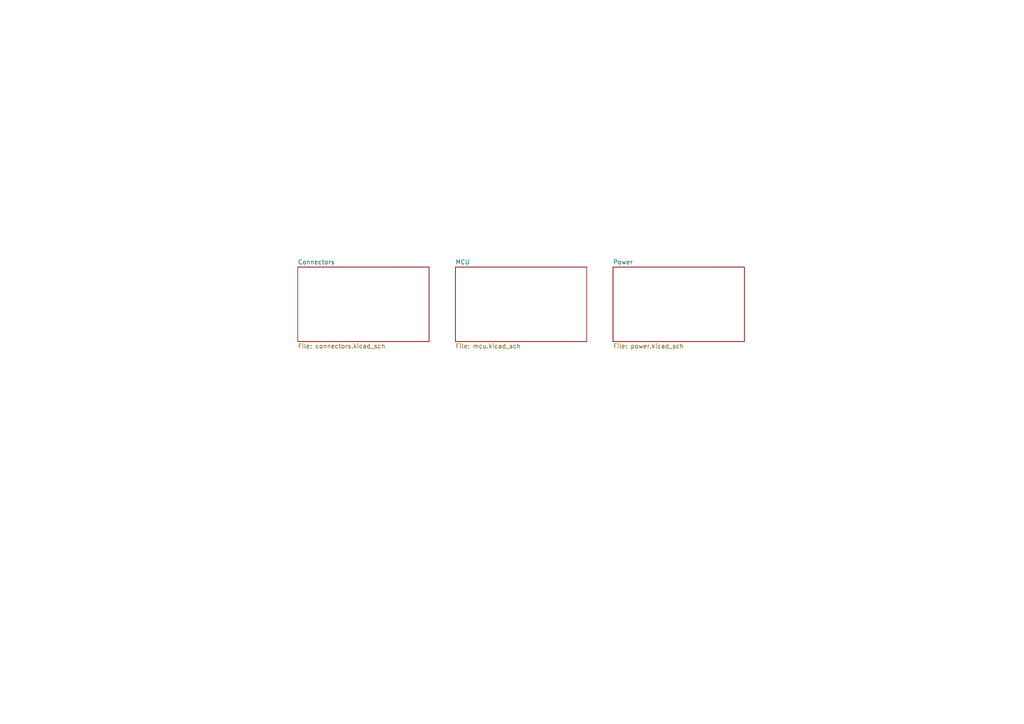
<source format=kicad_sch>
(kicad_sch (version 20211123) (generator eeschema)
  (paper "A4")
  (lib_symbols)
  (sheet (at 86.36 77.47) (size 38.1 21.59) (stroke (width 0.1524))
    (property "Sheet name" "Connectors" (at 86.36 76.7584 0) (effects (justify left bottom)))
    (property "Sheet file" "connectors.kicad_sch" (at 86.36 99.6446 0) (effects (justify left top)))
  )
  (sheet (at 132.08 77.47) (size 38.1 21.59) (stroke (width 0.1524))
    (property "Sheet name" "MCU" (at 132.08 76.7584 0) (effects (justify left bottom)))
    (property "Sheet file" "mcu.kicad_sch" (at 132.08 99.6446 0) (effects (justify left top)))
  )
  (sheet (at 177.8 77.47) (size 38.1 21.59) (stroke (width 0.1524))
    (property "Sheet name" "Power" (at 177.8 76.7584 0) (effects (justify left bottom)))
    (property "Sheet file" "power.kicad_sch" (at 177.8 99.6446 0) (effects (justify left top)))
  )
)
</source>
